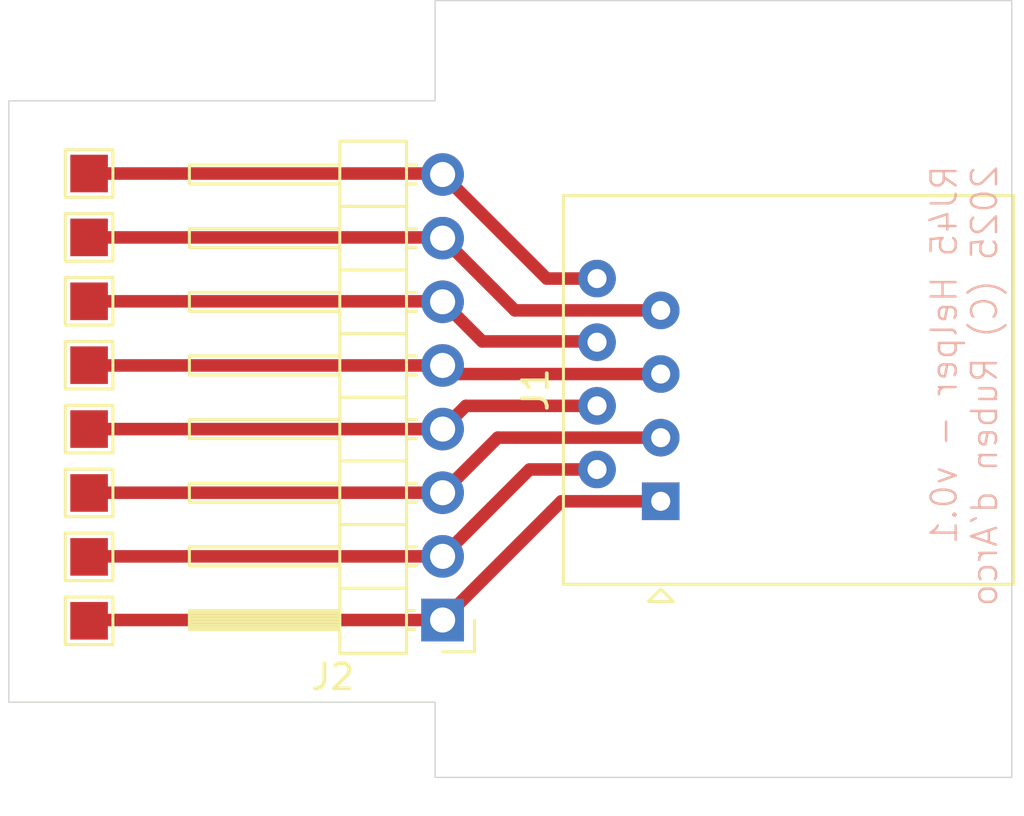
<source format=kicad_pcb>
(kicad_pcb (version 20240108) (generator "pcbnew") (generator_version "8.0")
  (layers (0 "F.Cu" signal) (31 "B.Cu" signal) (34 "B.Paste" user) (35 "F.Paste" user) (36 "B.SilkS" user "B.Silkscreen") (37 "F.SilkS" user "F.Silkscreen") (38 "B.Mask" user) (39 "F.Mask" user) (44 "Edge.Cuts" user))
  (net 0 "")
  (net 1 "Net-(J2-Pin_6)")
  (net 2 "Net-(J2-Pin_2)")
  (net 3 "Net-(J2-Pin_8)")
  (net 4 "Net-(J2-Pin_4)")
  (net 5 "Net-(J2-Pin_3)")
  (net 6 "Net-(J2-Pin_7)")
  (net 7 "Net-(J2-Pin_1)")
  (net 8 "Net-(J2-Pin_5)")
  (footprint "MountingHole:MountingHole_3.2mm_M3" (layer "F.Cu") (at 103.5 104.5)
    (property "Reference" "REF**" (hide yes))
    (property "Value" "MountingHole_3.2mm_M3")
    (pad "" np_thru_hole circle (at 0 0) (size 3.2 3.2) (drill 3.2) (layers "*.Cu" "*.Mask"))
  )
  (footprint "TestPoint:TestPoint_Pad_1.5x1.5mm" (layer "F.Cu") (at 84.2 89 90)
    (property "Reference" "TP6" (hide yes))
    (property "Value" "TestPoint")
    (fp_line (start 0.95 -0.95) (end 0.95 0.95) (stroke (width 0.12)) (layer "F.SilkS"))
    (fp_line (start -0.95 -0.95) (end 0.95 -0.95) (stroke (width 0.12)) (layer "F.SilkS"))
    (fp_line (start 0.95 0.95) (end -0.95 0.95) (stroke (width 0.12)) (layer "F.SilkS"))
    (fp_line (start -0.95 0.95) (end -0.95 -0.95) (stroke (width 0.12)) (layer "F.SilkS"))
    (pad "1" smd rect (at 0 0 90) (size 1.5 1.5) (layers "F.Cu" "F.Mask") (net 1 "Net-(J2-Pin_6)"))
  )
  (footprint "MountingHole:MountingHole_3.2mm_M3" (layer "F.Cu") (at 103.4 80.5)
    (property "Reference" "REF**" (hide yes))
    (property "Value" "MountingHole_3.2mm_M3")
    (pad "" np_thru_hole circle (at 0 0) (size 3.2 3.2) (drill 3.2) (layers "*.Cu" "*.Mask"))
  )
  (footprint "TestPoint:TestPoint_Pad_1.5x1.5mm" (layer "F.Cu") (at 84.2 91.55)
    (property "Reference" "TP5" (hide yes))
    (property "Value" "TestPoint")
    (fp_line (start -0.95 -0.95) (end 0.95 -0.95) (stroke (width 0.12)) (layer "F.SilkS"))
    (fp_line (start -0.95 0.95) (end -0.95 -0.95) (stroke (width 0.12)) (layer "F.SilkS"))
    (fp_line (start 0.95 -0.95) (end 0.95 0.95) (stroke (width 0.12)) (layer "F.SilkS"))
    (fp_line (start 0.95 0.95) (end -0.95 0.95) (stroke (width 0.12)) (layer "F.SilkS"))
    (pad "1" smd rect (at 0 0) (size 1.5 1.5) (layers "F.Cu" "F.Mask") (net 8 "Net-(J2-Pin_5)"))
  )
  (footprint "TestPoint:TestPoint_Pad_1.5x1.5mm" (layer "F.Cu") (at 84.2 86.45)
    (property "Reference" "TP7" (hide yes))
    (property "Value" "TestPoint")
    (fp_line (start -0.95 -0.95) (end 0.95 -0.95) (stroke (width 0.12)) (layer "F.SilkS"))
    (fp_line (start -0.95 0.95) (end -0.95 -0.95) (stroke (width 0.12)) (layer "F.SilkS"))
    (fp_line (start 0.95 -0.95) (end 0.95 0.95) (stroke (width 0.12)) (layer "F.SilkS"))
    (fp_line (start 0.95 0.95) (end -0.95 0.95) (stroke (width 0.12)) (layer "F.SilkS"))
    (pad "1" smd rect (at 0 0) (size 1.5 1.5) (layers "F.Cu" "F.Mask") (net 6 "Net-(J2-Pin_7)"))
  )
  (footprint "Connector_RJ:RJ45_Amphenol_54602-x08_Horizontal" (layer "F.Cu") (at 107 96.9825 90)
    (property "Reference" "J1" (at 4.445 -5 -90) (layer "F.SilkS"))
    (property "Value" "RJ45")
    (fp_line (start 12.205 -3.88) (end -3.315 -3.88) (stroke (width 0.12)) (layer "F.SilkS"))
    (fp_line (start 12.205 -3.88) (end 12.205 14.08) (stroke (width 0.12)) (layer "F.SilkS"))
    (fp_line (start -3.315 -3.88) (end -3.315 14.08) (stroke (width 0.12)) (layer "F.SilkS"))
    (fp_line (start -4 -0.5) (end -4 0.5) (stroke (width 0.12)) (layer "F.SilkS"))
    (fp_line (start -3.5 0) (end -4 -0.5) (stroke (width 0.12)) (layer "F.SilkS"))
    (fp_line (start -4 0.5) (end -3.5 0) (stroke (width 0.12)) (layer "F.SilkS"))
    (fp_line (start -3.315 14.08) (end 12.205 14.08) (stroke (width 0.12)) (layer "F.SilkS"))
    (pad "" np_thru_hole circle (at -1.27 6.35 90) (size 3.2 3.2) (drill 3.2) (layers "*.Cu" "*.Mask"))
    (pad "" np_thru_hole circle (at 10.16 6.35 90) (size 3.2 3.2) (drill 3.2) (layers "*.Cu" "*.Mask"))
    (pad "1" thru_hole rect (at 0 0 90) (size 1.5 1.5) (drill 0.76) (layers "*.Cu" "*.Mask") (net 7 "Net-(J2-Pin_1)"))
    (pad "2" thru_hole circle (at 1.27 -2.54 90) (size 1.5 1.5) (drill 0.76) (layers "*.Cu" "*.Mask") (net 2 "Net-(J2-Pin_2)"))
    (pad "3" thru_hole circle (at 2.54 0 90) (size 1.5 1.5) (drill 0.76) (layers "*.Cu" "*.Mask") (net 5 "Net-(J2-Pin_3)"))
    (pad "4" thru_hole circle (at 3.81 -2.54 90) (size 1.5 1.5) (drill 0.76) (layers "*.Cu" "*.Mask") (net 4 "Net-(J2-Pin_4)"))
    (pad "5" thru_hole circle (at 5.08 0 90) (size 1.5 1.5) (drill 0.76) (layers "*.Cu" "*.Mask") (net 8 "Net-(J2-Pin_5)"))
    (pad "6" thru_hole circle (at 6.35 -2.54 90) (size 1.5 1.5) (drill 0.76) (layers "*.Cu" "*.Mask") (net 1 "Net-(J2-Pin_6)"))
    (pad "7" thru_hole circle (at 7.62 0 90) (size 1.5 1.5) (drill 0.76) (layers "*.Cu" "*.Mask") (net 6 "Net-(J2-Pin_7)"))
    (pad "8" thru_hole circle (at 8.89 -2.54 90) (size 1.5 1.5) (drill 0.76) (layers "*.Cu" "*.Mask") (net 3 "Net-(J2-Pin_8)"))
  )
  (footprint "TestPoint:TestPoint_Pad_1.5x1.5mm" (layer "F.Cu") (at 84.2 99.2 90)
    (property "Reference" "TP2" (hide yes))
    (property "Value" "TestPoint")
    (fp_line (start 0.95 -0.95) (end 0.95 0.95) (stroke (width 0.12)) (layer "F.SilkS"))
    (fp_line (start -0.95 -0.95) (end 0.95 -0.95) (stroke (width 0.12)) (layer "F.SilkS"))
    (fp_line (start 0.95 0.95) (end -0.95 0.95) (stroke (width 0.12)) (layer "F.SilkS"))
    (fp_line (start -0.95 0.95) (end -0.95 -0.95) (stroke (width 0.12)) (layer "F.SilkS"))
    (pad "1" smd rect (at 0 0 90) (size 1.5 1.5) (layers "F.Cu" "F.Mask") (net 2 "Net-(J2-Pin_2)"))
  )
  (footprint "TestPoint:TestPoint_Pad_1.5x1.5mm" (layer "F.Cu") (at 84.2 94.1 90)
    (property "Reference" "TP4" (hide yes))
    (property "Value" "TestPoint")
    (fp_line (start 0.95 -0.95) (end 0.95 0.95) (stroke (width 0.12)) (layer "F.SilkS"))
    (fp_line (start -0.95 -0.95) (end 0.95 -0.95) (stroke (width 0.12)) (layer "F.SilkS"))
    (fp_line (start 0.95 0.95) (end -0.95 0.95) (stroke (width 0.12)) (layer "F.SilkS"))
    (fp_line (start -0.95 0.95) (end -0.95 -0.95) (stroke (width 0.12)) (layer "F.SilkS"))
    (pad "1" smd rect (at 0 0 90) (size 1.5 1.5) (layers "F.Cu" "F.Mask") (net 4 "Net-(J2-Pin_4)"))
  )
  (footprint "TestPoint:TestPoint_Pad_1.5x1.5mm" (layer "F.Cu") (at 84.2 96.65 -90)
    (property "Reference" "TP3" (hide yes))
    (property "Value" "TestPoint")
    (fp_line (start -0.95 0.95) (end -0.95 -0.95) (stroke (width 0.12)) (layer "F.SilkS"))
    (fp_line (start 0.95 0.95) (end -0.95 0.95) (stroke (width 0.12)) (layer "F.SilkS"))
    (fp_line (start -0.95 -0.95) (end 0.95 -0.95) (stroke (width 0.12)) (layer "F.SilkS"))
    (fp_line (start 0.95 -0.95) (end 0.95 0.95) (stroke (width 0.12)) (layer "F.SilkS"))
    (pad "1" smd rect (at 0 0 270) (size 1.5 1.5) (layers "F.Cu" "F.Mask") (net 5 "Net-(J2-Pin_3)"))
  )
  (footprint "TestPoint:TestPoint_Pad_1.5x1.5mm" (layer "F.Cu") (at 84.2 83.9)
    (property "Reference" "TP8" (hide yes))
    (property "Value" "TestPoint")
    (fp_line (start -0.95 -0.95) (end 0.95 -0.95) (stroke (width 0.12)) (layer "F.SilkS"))
    (fp_line (start -0.95 0.95) (end -0.95 -0.95) (stroke (width 0.12)) (layer "F.SilkS"))
    (fp_line (start 0.95 -0.95) (end 0.95 0.95) (stroke (width 0.12)) (layer "F.SilkS"))
    (fp_line (start 0.95 0.95) (end -0.95 0.95) (stroke (width 0.12)) (layer "F.SilkS"))
    (pad "1" smd rect (at 0 0) (size 1.5 1.5) (layers "F.Cu" "F.Mask") (net 3 "Net-(J2-Pin_8)"))
  )
  (footprint "TestPoint:TestPoint_Pad_1.5x1.5mm" (layer "F.Cu") (at 84.2 101.75 -90)
    (property "Reference" "TP1" (hide yes))
    (property "Value" "TestPoint")
    (fp_line (start -0.95 0.95) (end -0.95 -0.95) (stroke (width 0.12)) (layer "F.SilkS"))
    (fp_line (start 0.95 0.95) (end -0.95 0.95) (stroke (width 0.12)) (layer "F.SilkS"))
    (fp_line (start -0.95 -0.95) (end 0.95 -0.95) (stroke (width 0.12)) (layer "F.SilkS"))
    (fp_line (start 0.95 -0.95) (end 0.95 0.95) (stroke (width 0.12)) (layer "F.SilkS"))
    (pad "1" smd rect (at 0 0 270) (size 1.5 1.5) (layers "F.Cu" "F.Mask") (net 7 "Net-(J2-Pin_1)"))
  )
  (footprint "Connector_PinHeader_2.54mm:PinHeader_1x08_P2.54mm_Horizontal" (layer "F.Cu") (at 98.3 101.72 180)
    (property "Reference" "J2" (at 4.385 -2.27 180) (layer "F.SilkS"))
    (property "Value" "Conn_01x08_Pin")
    (fp_line (start 10.1 18.16) (end 4.1 18.16) (stroke (width 0.12)) (layer "F.SilkS"))
    (fp_line (start 10.1 17.4) (end 10.1 18.16) (stroke (width 0.12)) (layer "F.SilkS"))
    (fp_line (start 10.1 15.62) (end 4.1 15.62) (stroke (width 0.12)) (layer "F.SilkS"))
    (fp_line (start 10.1 14.86) (end 10.1 15.62) (stroke (width 0.12)) (layer "F.SilkS"))
    (fp_line (start 10.1 13.08) (end 4.1 13.08) (stroke (width 0.12)) (layer "F.SilkS"))
    (fp_line (start 10.1 12.32) (end 10.1 13.08) (stroke (width 0.12)) (layer "F.SilkS"))
    (fp_line (start 10.1 10.54) (end 4.1 10.54) (stroke (width 0.12)) (layer "F.SilkS"))
    (fp_line (start 10.1 9.78) (end 10.1 10.54) (stroke (width 0.12)) (layer "F.SilkS"))
    (fp_line (start 10.1 8) (end 4.1 8) (stroke (width 0.12)) (layer "F.SilkS"))
    (fp_line (start 10.1 7.24) (end 10.1 8) (stroke (width 0.12)) (layer "F.SilkS"))
    (fp_line (start 10.1 5.46) (end 4.1 5.46) (stroke (width 0.12)) (layer "F.SilkS"))
    (fp_line (start 10.1 4.7) (end 10.1 5.46) (stroke (width 0.12)) (layer "F.SilkS"))
    (fp_line (start 10.1 2.92) (end 4.1 2.92) (stroke (width 0.12)) (layer "F.SilkS"))
    (fp_line (start 10.1 2.16) (end 10.1 2.92) (stroke (width 0.12)) (layer "F.SilkS"))
    (fp_line (start 10.1 0.38) (end 4.1 0.38) (stroke (width 0.12)) (layer "F.SilkS"))
    (fp_line (start 10.1 -0.38) (end 10.1 0.38) (stroke (width 0.12)) (layer "F.SilkS"))
    (fp_line (start 4.1 19.11) (end 4.1 -1.33) (stroke (width 0.12)) (layer "F.SilkS"))
    (fp_line (start 4.1 17.4) (end 10.1 17.4) (stroke (width 0.12)) (layer "F.SilkS"))
    (fp_line (start 4.1 14.86) (end 10.1 14.86) (stroke (width 0.12)) (layer "F.SilkS"))
    (fp_line (start 4.1 12.32) (end 10.1 12.32) (stroke (width 0.12)) (layer "F.SilkS"))
    (fp_line (start 4.1 9.78) (end 10.1 9.78) (stroke (width 0.12)) (layer "F.SilkS"))
    (fp_line (start 4.1 7.24) (end 10.1 7.24) (stroke (width 0.12)) (layer "F.SilkS"))
    (fp_line (start 4.1 4.7) (end 10.1 4.7) (stroke (width 0.12)) (layer "F.SilkS"))
    (fp_line (start 4.1 2.16) (end 10.1 2.16) (stroke (width 0.12)) (layer "F.SilkS"))
    (fp_line (start 4.1 0.28) (end 10.1 0.28) (stroke (width 0.12)) (layer "F.SilkS"))
    (fp_line (start 4.1 0.16) (end 10.1 0.16) (stroke (width 0.12)) (layer "F.SilkS"))
    (fp_line (start 4.1 0.04) (end 10.1 0.04) (stroke (width 0.12)) (layer "F.SilkS"))
    (fp_line (start 4.1 -0.08) (end 10.1 -0.08) (stroke (width 0.12)) (layer "F.SilkS"))
    (fp_line (start 4.1 -0.2) (end 10.1 -0.2) (stroke (width 0.12)) (layer "F.SilkS"))
    (fp_line (start 4.1 -0.32) (end 10.1 -0.32) (stroke (width 0.12)) (layer "F.SilkS"))
    (fp_line (start 4.1 -0.38) (end 10.1 -0.38) (stroke (width 0.12)) (layer "F.SilkS"))
    (fp_line (start 4.1 -1.33) (end 1.44 -1.33) (stroke (width 0.12)) (layer "F.SilkS"))
    (fp_line (start 1.44 19.11) (end 4.1 19.11) (stroke (width 0.12)) (layer "F.SilkS"))
    (fp_line (start 1.44 16.51) (end 4.1 16.51) (stroke (width 0.12)) (layer "F.SilkS"))
    (fp_line (start 1.44 13.97) (end 4.1 13.97) (stroke (width 0.12)) (layer "F.SilkS"))
    (fp_line (start 1.44 11.43) (end 4.1 11.43) (stroke (width 0.12)) (layer "F.SilkS"))
    (fp_line (start 1.44 8.89) (end 4.1 8.89) (stroke (width 0.12)) (layer "F.SilkS"))
    (fp_line (start 1.44 6.35) (end 4.1 6.35) (stroke (width 0.12)) (layer "F.SilkS"))
    (fp_line (start 1.44 3.81) (end 4.1 3.81) (stroke (width 0.12)) (layer "F.SilkS"))
    (fp_line (start 1.44 1.27) (end 4.1 1.27) (stroke (width 0.12)) (layer "F.SilkS"))
    (fp_line (start 1.44 -1.33) (end 1.44 19.11) (stroke (width 0.12)) (layer "F.SilkS"))
    (fp_line (start 1.11 0.38) (end 1.44 0.38) (stroke (width 0.12)) (layer "F.SilkS"))
    (fp_line (start 1.11 -0.38) (end 1.44 -0.38) (stroke (width 0.12)) (layer "F.SilkS"))
    (fp_line (start 1.042929 18.16) (end 1.44 18.16) (stroke (width 0.12)) (layer "F.SilkS"))
    (fp_line (start 1.042929 17.4) (end 1.44 17.4) (stroke (width 0.12)) (layer "F.SilkS"))
    (fp_line (start 1.042929 15.62) (end 1.44 15.62) (stroke (width 0.12)) (layer "F.SilkS"))
    (fp_line (start 1.042929 14.86) (end 1.44 14.86) (stroke (width 0.12)) (layer "F.SilkS"))
    (fp_line (start 1.042929 13.08) (end 1.44 13.08) (stroke (width 0.12)) (layer "F.SilkS"))
    (fp_line (start 1.042929 12.32) (end 1.44 12.32) (stroke (width 0.12)) (layer "F.SilkS"))
    (fp_line (start 1.042929 10.54) (end 1.44 10.54) (stroke (width 0.12)) (layer "F.SilkS"))
    (fp_line (start 1.042929 9.78) (end 1.44 9.78) (stroke (width 0.12)) (layer "F.SilkS"))
    (fp_line (start 1.042929 8) (end 1.44 8) (stroke (width 0.12)) (layer "F.SilkS"))
    (fp_line (start 1.042929 7.24) (end 1.44 7.24) (stroke (width 0.12)) (layer "F.SilkS"))
    (fp_line (start 1.042929 5.46) (end 1.44 5.46) (stroke (width 0.12)) (layer "F.SilkS"))
    (fp_line (start 1.042929 4.7) (end 1.44 4.7) (stroke (width 0.12)) (layer "F.SilkS"))
    (fp_line (start 1.042929 2.92) (end 1.44 2.92) (stroke (width 0.12)) (layer "F.SilkS"))
    (fp_line (start 1.042929 2.16) (end 1.44 2.16) (stroke (width 0.12)) (layer "F.SilkS"))
    (fp_line (start -1.27 0) (end -1.27 -1.27) (stroke (width 0.12)) (layer "F.SilkS"))
    (fp_line (start -1.27 -1.27) (end 0 -1.27) (stroke (width 0.12)) (layer "F.SilkS"))
    (pad "1" thru_hole rect (at 0 0 180) (size 1.7 1.7) (drill 1) (layers "*.Cu" "*.Mask") (net 7 "Net-(J2-Pin_1)"))
    (pad "2" thru_hole oval (at 0 2.54 180) (size 1.7 1.7) (drill 1) (layers "*.Cu" "*.Mask") (net 2 "Net-(J2-Pin_2)"))
    (pad "3" thru_hole oval (at 0 5.08 180) (size 1.7 1.7) (drill 1) (layers "*.Cu" "*.Mask") (net 5 "Net-(J2-Pin_3)"))
    (pad "4" thru_hole oval (at 0 7.62 180) (size 1.7 1.7) (drill 1) (layers "*.Cu" "*.Mask") (net 4 "Net-(J2-Pin_4)"))
    (pad "5" thru_hole oval (at 0 10.16 180) (size 1.7 1.7) (drill 1) (layers "*.Cu" "*.Mask") (net 8 "Net-(J2-Pin_5)"))
    (pad "6" thru_hole oval (at 0 12.7 180) (size 1.7 1.7) (drill 1) (layers "*.Cu" "*.Mask") (net 1 "Net-(J2-Pin_6)"))
    (pad "7" thru_hole oval (at 0 15.24 180) (size 1.7 1.7) (drill 1) (layers "*.Cu" "*.Mask") (net 6 "Net-(J2-Pin_7)"))
    (pad "8" thru_hole oval (at 0 17.78 180) (size 1.7 1.7) (drill 1) (layers "*.Cu" "*.Mask") (net 3 "Net-(J2-Pin_8)"))
  )
  (gr_line (start 98 108) (end 98 105) (stroke (width 0.05)) (layer "Edge.Cuts"))
  (gr_line (start 98 81) (end 81 81) (stroke (width 0.05)) (layer "Edge.Cuts"))
  (gr_line (start 81 105) (end 81 81) (stroke (width 0.05)) (layer "Edge.Cuts"))
  (gr_line (start 98 105) (end 81 105) (stroke (width 0.05)) (layer "Edge.Cuts"))
  (gr_line (start 121 77) (end 121 108) (stroke (width 0.05)) (layer "Edge.Cuts"))
  (gr_line (start 121 108) (end 98 108) (stroke (width 0.05)) (layer "Edge.Cuts"))
  (gr_line (start 98 77) (end 98 81) (stroke (width 0.05)) (layer "Edge.Cuts"))
  (gr_line (start 98 77) (end 121 77) (stroke (width 0.05)) (layer "Edge.Cuts"))
  (gr_text "RJ45 Helper - v0.1\n2025 (C) Ruben d'Arco" (at 120.5 83.5 90) (layer "B.SilkS") (effects (font (size 1 1) (thickness 0.1)) (justify left bottom mirror)))
  (segment (start 84.2 89) (end 98.28 89) (width 0.5) (layer "F.Cu") (net 1))
  (segment (start 99.88 90.6) (end 98.3 89.02) (width 0.5) (layer "F.Cu") (net 1))
  (segment (start 104.46 90.6325) (end 104.4325 90.6325) (width 0.5) (layer "F.Cu") (net 1))
  (segment (start 104.4325 90.6325) (end 104.4 90.6) (width 0.5) (layer "F.Cu") (net 1))
  (segment (start 98.28 89) (end 98.3 89.02) (width 0.5) (layer "F.Cu") (net 1))
  (segment (start 104.4 90.6) (end 99.88 90.6) (width 0.5) (layer "F.Cu") (net 1))
  (segment (start 101.7675 95.7125) (end 98.3 99.18) (width 0.5) (layer "F.Cu") (net 2))
  (segment (start 84.22 99.18) (end 84.2 99.2) (width 0.5) (layer "F.Cu") (net 2))
  (segment (start 104.46 95.7125) (end 101.7675 95.7125) (width 0.5) (layer "F.Cu") (net 2))
  (segment (start 98.3 99.18) (end 84.22 99.18) (width 0.5) (layer "F.Cu") (net 2))
  (segment (start 102.4525 88.0925) (end 98.3 83.94) (width 0.5) (layer "F.Cu") (net 3))
  (segment (start 98.26 83.9) (end 98.3 83.94) (width 0.5) (layer "F.Cu") (net 3))
  (segment (start 84.2 83.9) (end 98.26 83.9) (width 0.5) (layer "F.Cu") (net 3))
  (segment (start 104.46 88.0925) (end 102.4525 88.0925) (width 0.5) (layer "F.Cu") (net 3))
  (segment (start 99.2275 93.1725) (end 98.3 94.1) (width 0.5) (layer "F.Cu") (net 4))
  (segment (start 98.3 94.1) (end 84.2 94.1) (width 0.5) (layer "F.Cu") (net 4))
  (segment (start 104.46 93.1725) (end 99.2275 93.1725) (width 0.5) (layer "F.Cu") (net 4))
  (segment (start 84.21 96.64) (end 84.2 96.65) (width 0.5) (layer "F.Cu") (net 5))
  (segment (start 98.3 96.64) (end 84.21 96.64) (width 0.5) (layer "F.Cu") (net 5))
  (segment (start 107 94.4425) (end 100.4975 94.4425) (width 0.5) (layer "F.Cu") (net 5))
  (segment (start 100.4975 94.4425) (end 98.3 96.64) (width 0.5) (layer "F.Cu") (net 5))
  (segment (start 107 89.3625) (end 101.1825 89.3625) (width 0.5) (layer "F.Cu") (net 6))
  (segment (start 84.2 86.45) (end 98.27 86.45) (width 0.5) (layer "F.Cu") (net 6))
  (segment (start 98.27 86.45) (end 98.3 86.48) (width 0.5) (layer "F.Cu") (net 6))
  (segment (start 101.1825 89.3625) (end 98.3 86.48) (width 0.5) (layer "F.Cu") (net 6))
  (segment (start 103.0375 96.9825) (end 98.3 101.72) (width 0.5) (layer "F.Cu") (net 7))
  (segment (start 84.23 101.72) (end 84.2 101.75) (width 0.5) (layer "F.Cu") (net 7))
  (segment (start 98.3 101.72) (end 84.23 101.72) (width 0.5) (layer "F.Cu") (net 7))
  (segment (start 107 96.9825) (end 103.0375 96.9825) (width 0.5) (layer "F.Cu") (net 7))
  (segment (start 107 91.9025) (end 98.6425 91.9025) (width 0.5) (layer "F.Cu") (net 8))
  (segment (start 84.21 91.56) (end 84.2 91.55) (width 0.5) (layer "F.Cu") (net 8))
  (segment (start 98.3 91.56) (end 84.21 91.56) (width 0.5) (layer "F.Cu") (net 8))
  (segment (start 98.6425 91.9025) (end 98.3 91.56) (width 0.5) (layer "F.Cu") (net 8))
)
</source>
